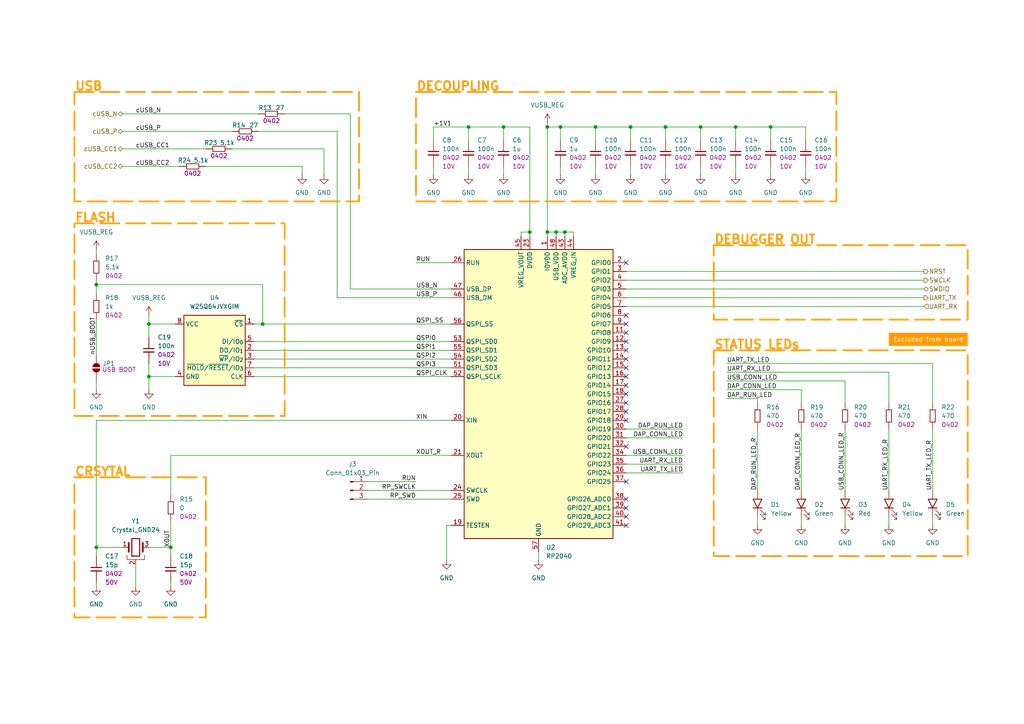
<source format=kicad_sch>
(kicad_sch (version 20250114) (generator "eeschema") (generator_version "9.0")
  (paper "A4")
  (lib_symbols
    (symbol "batteryless:C" (pin_numbers (hide yes))
      (property "Reference" "C" (at 2.54 -1.27 0))
      (property "Value" "C" (at 2.54 -3.048 0))
      (property "Package" "PKG" (at 2.54 -4.826 0))
      (property "Voltage Rating" "V" (at 2.54 -6.604 0))
      (symbol "C_0_1"
        (polyline (pts (xy -1.524 -3.302) (xy 1.524 -3.302)) (stroke (width 0.3048)))
        (polyline (pts (xy -1.524 -4.318) (xy 1.524 -4.318)) (stroke (width 0.3302)))
      )
      (symbol "C_1_1"
        (pin passive line (at 0 0 270) (length 3.175) (name "~") (number "1"))
        (pin passive line (at 0 -7.62 90) (length 3.175) (name "~") (number "2"))
      )
    )
    (symbol "batteryless:Conn_01x03_Pin" (pin_names (offset 1.016) (hide yes))
      (property "Reference" "J" (at 0 5.08 0))
      (property "Value" "Conn_01x03_Pin" (at 0 -5.08 0))
      (symbol "Conn_01x03_Pin_1_1"
        (rectangle (start 0.8636 2.667) (end 0 2.413) (stroke (width 0.1524)) (fill (type outline)))
        (rectangle (start 0.8636 0.127) (end 0 -0.127) (stroke (width 0.1524)) (fill (type outline)))
        (rectangle (start 0.8636 -2.413) (end 0 -2.667) (stroke (width 0.1524)) (fill (type outline)))
        (polyline (pts (xy 1.27 2.54) (xy 0.8636 2.54)) (stroke (width 0.1524)))
        (polyline (pts (xy 1.27 0) (xy 0.8636 0)) (stroke (width 0.1524)))
        (polyline (pts (xy 1.27 -2.54) (xy 0.8636 -2.54)) (stroke (width 0.1524)))
        (pin passive line (at 5.08 2.54 180) (length 3.81) (name "Pin_1") (number "1"))
        (pin passive line (at 5.08 0 180) (length 3.81) (name "Pin_2") (number "2"))
        (pin passive line (at 5.08 -2.54 180) (length 3.81) (name "Pin_3") (number "3"))
      )
    )
    (symbol "batteryless:Crystal_GND24" (pin_names (offset 1.016) (hide yes))
      (property "Reference" "Y" (at 3.175 5.08 0))
      (property "Value" "Crystal_GND24" (at 3.175 3.175 0))
      (symbol "Crystal_GND24_0_1"
        (polyline (pts (xy -2.54 0) (xy -2.032 0)))
        (polyline (pts (xy -2.54 -2.286) (xy -2.54 -3.556) (xy 2.54 -3.556) (xy 2.54 -2.286)))
        (polyline (pts (xy -2.032 -1.27) (xy -2.032 1.27)) (stroke (width 0.508)))
        (rectangle (start -1.143 2.54) (end 1.143 -2.54) (stroke (width 0.3048)))
        (polyline (pts (xy 0 -3.81) (xy 0 -3.556)))
        (polyline (pts (xy 2.032 0) (xy 2.54 0)))
        (polyline (pts (xy 2.032 -1.27) (xy 2.032 1.27)) (stroke (width 0.508)))
      )
      (symbol "Crystal_GND24_1_1"
        (pin passive line (at -3.81 0 0) (length 1.27) (name "1") (number "1"))
        (pin passive line (at 0 -5.08 90) (length 1.27) (name "2") (number "2"))
        (pin passive line (at 0 -5.08 90) (length 1.27) (hide yes) (name "4") (number "4"))
        (pin passive line (at 3.81 0 180) (length 1.27) (name "3") (number "3"))
      )
    )
    (symbol "batteryless:LED" (pin_numbers (hide yes)) (pin_names (offset 1.016) (hide yes))
      (property "Reference" "D" (at 0 2.54 0))
      (property "Value" "LED" (at 0 -2.54 0))
      (symbol "LED_0_1"
        (polyline (pts (xy -3.048 -0.762) (xy -4.572 -2.286) (xy -3.81 -2.286) (xy -4.572 -2.286) (xy -4.572 -1.524)))
        (polyline (pts (xy -1.778 -0.762) (xy -3.302 -2.286) (xy -2.54 -2.286) (xy -3.302 -2.286) (xy -3.302 -1.524)))
        (polyline (pts (xy -1.27 -1.27) (xy -1.27 1.27)) (stroke (width 0.254)))
        (polyline (pts (xy 1.27 -1.27) (xy 1.27 1.27) (xy -1.27 0) (xy 1.27 -1.27)) (stroke (width 0.254)))
      )
      (symbol "LED_1_1"
        (pin passive line (at -3.81 0 0) (length 2.54) (name "K") (number "1"))
        (pin passive line (at 3.81 0 180) (length 2.54) (name "A") (number "2"))
      )
    )
    (symbol "batteryless:R" (pin_numbers (hide yes))
      (property "Reference" "R" (at 2.54 -1.27 0))
      (property "Value" "R" (at 2.54 -3.048 0))
      (property "Package" "PKG" (at 2.54 -4.826 0))
      (property "Power" "W" (at 2.54 -6.604 0))
      (symbol "R_0_1"
        (rectangle (start -0.762 -2.032) (end 0.762 -5.588) (stroke (width 0.2032)))
      )
      (symbol "R_1_1"
        (pin passive line (at 0 0 270) (length 1.905) (name "~") (number "1"))
        (pin passive line (at 0 -7.62 90) (length 1.905) (name "~") (number "2"))
      )
    )
    (symbol "batteryless:RP2040"
      (property "Reference" "U" (at 17.78 45.72 0))
      (property "Value" "RP2040" (at 17.78 43.18 0))
      (symbol "RP2040_0_1"
        (rectangle (start -21.59 41.91) (end 21.59 -41.91) (stroke (width 0.254)) (fill (type background)))
      )
      (symbol "RP2040_1_1"
        (pin input line (at -25.4 38.1 0) (length 3.81) (name "RUN") (number "26"))
        (pin bidirectional line (at -25.4 30.48 0) (length 3.81) (name "USB_DP") (number "47"))
        (pin bidirectional line (at -25.4 27.94 0) (length 3.81) (name "USB_DM") (number "46"))
        (pin bidirectional line (at -25.4 20.32 0) (length 3.81) (name "QSPI_SS") (number "56"))
        (pin bidirectional line (at -25.4 15.24 0) (length 3.81) (name "QSPI_SD0") (number "53"))
        (pin bidirectional line (at -25.4 12.7 0) (length 3.81) (name "QSPI_SD1") (number "55"))
        (pin bidirectional line (at -25.4 10.16 0) (length 3.81) (name "QSPI_SD2") (number "54"))
        (pin bidirectional line (at -25.4 7.62 0) (length 3.81) (name "QSPI_SD3") (number "51"))
        (pin output line (at -25.4 5.08 0) (length 3.81) (name "QSPI_SCLK") (number "52"))
        (pin input line (at -25.4 -7.62 0) (length 3.81) (name "XIN") (number "20"))
        (pin passive line (at -25.4 -17.78 0) (length 3.81) (name "XOUT") (number "21"))
        (pin input line (at -25.4 -27.94 0) (length 3.81) (name "SWCLK") (number "24"))
        (pin bidirectional line (at -25.4 -30.48 0) (length 3.81) (name "SWD") (number "25"))
        (pin input line (at -25.4 -38.1 0) (length 3.81) (name "TESTEN") (number "19"))
        (pin power_out line (at -5.08 45.72 270) (length 3.81) (name "VREG_VOUT") (number "45"))
        (pin power_in line (at -2.54 45.72 270) (length 3.81) (name "DVDD") (number "23"))
        (pin passive line (at -2.54 45.72 270) (length 3.81) (hide yes) (name "DVDD") (number "50"))
        (pin power_in line (at 0 -45.72 90) (length 3.81) (name "GND") (number "57"))
        (pin power_in line (at 2.54 45.72 270) (length 3.81) (name "IOVDD") (number "1"))
        (pin passive line (at 2.54 45.72 270) (length 3.81) (hide yes) (name "IOVDD") (number "10"))
        (pin passive line (at 2.54 45.72 270) (length 3.81) (hide yes) (name "IOVDD") (number "22"))
        (pin passive line (at 2.54 45.72 270) (length 3.81) (hide yes) (name "IOVDD") (number "33"))
        (pin passive line (at 2.54 45.72 270) (length 3.81) (hide yes) (name "IOVDD") (number "42"))
        (pin passive line (at 2.54 45.72 270) (length 3.81) (hide yes) (name "IOVDD") (number "49"))
        (pin power_in line (at 5.08 45.72 270) (length 3.81) (name "USB_VDD") (number "48"))
        (pin power_in line (at 7.62 45.72 270) (length 3.81) (name "ADC_AVDD") (number "43"))
        (pin power_in line (at 10.16 45.72 270) (length 3.81) (name "VREG_IN") (number "44"))
        (pin bidirectional line (at 25.4 38.1 180) (length 3.81) (name "GPIO0") (number "2"))
        (pin bidirectional line (at 25.4 35.56 180) (length 3.81) (name "GPIO1") (number "3"))
        (pin bidirectional line (at 25.4 33.02 180) (length 3.81) (name "GPIO2") (number "4"))
        (pin bidirectional line (at 25.4 30.48 180) (length 3.81) (name "GPIO3") (number "5"))
        (pin bidirectional line (at 25.4 27.94 180) (length 3.81) (name "GPIO4") (number "6"))
        (pin bidirectional line (at 25.4 25.4 180) (length 3.81) (name "GPIO5") (number "7"))
        (pin bidirectional line (at 25.4 22.86 180) (length 3.81) (name "GPIO6") (number "8"))
        (pin bidirectional line (at 25.4 20.32 180) (length 3.81) (name "GPIO7") (number "9"))
        (pin bidirectional line (at 25.4 17.78 180) (length 3.81) (name "GPIO8") (number "11"))
        (pin bidirectional line (at 25.4 15.24 180) (length 3.81) (name "GPIO9") (number "12"))
        (pin bidirectional line (at 25.4 12.7 180) (length 3.81) (name "GPIO10") (number "13"))
        (pin bidirectional line (at 25.4 10.16 180) (length 3.81) (name "GPIO11") (number "14"))
        (pin bidirectional line (at 25.4 7.62 180) (length 3.81) (name "GPIO12") (number "15"))
        (pin bidirectional line (at 25.4 5.08 180) (length 3.81) (name "GPIO13") (number "16"))
        (pin bidirectional line (at 25.4 2.54 180) (length 3.81) (name "GPIO14") (number "17"))
        (pin bidirectional line (at 25.4 0 180) (length 3.81) (name "GPIO15") (number "18"))
        (pin bidirectional line (at 25.4 -2.54 180) (length 3.81) (name "GPIO16") (number "27"))
        (pin bidirectional line (at 25.4 -5.08 180) (length 3.81) (name "GPIO17") (number "28"))
        (pin bidirectional line (at 25.4 -7.62 180) (length 3.81) (name "GPIO18") (number "29"))
        (pin bidirectional line (at 25.4 -10.16 180) (length 3.81) (name "GPIO19") (number "30"))
        (pin bidirectional line (at 25.4 -12.7 180) (length 3.81) (name "GPIO20") (number "31"))
        (pin bidirectional line (at 25.4 -15.24 180) (length 3.81) (name "GPIO21") (number "32"))
        (pin bidirectional line (at 25.4 -17.78 180) (length 3.81) (name "GPIO22") (number "34"))
        (pin bidirectional line (at 25.4 -20.32 180) (length 3.81) (name "GPIO23") (number "35"))
        (pin bidirectional line (at 25.4 -22.86 180) (length 3.81) (name "GPIO24") (number "36"))
        (pin bidirectional line (at 25.4 -25.4 180) (length 3.81) (name "GPIO25") (number "37"))
        (pin bidirectional line (at 25.4 -30.48 180) (length 3.81) (name "GPIO26_ADC0") (number "38"))
        (pin bidirectional line (at 25.4 -33.02 180) (length 3.81) (name "GPIO27_ADC1") (number "39"))
        (pin bidirectional line (at 25.4 -35.56 180) (length 3.81) (name "GPIO28_ADC2") (number "40"))
        (pin bidirectional line (at 25.4 -38.1 180) (length 3.81) (name "GPIO29_ADC3") (number "41"))
      )
    )
    (symbol "batteryless:SolderJumper_2_Open" (pin_numbers (hide yes)) (pin_names (offset 0) (hide yes)) (in_bom no)
      (property "Reference" "JP" (at 0 2.032 0))
      (property "Value" "SolderJumper_2_Open" (at 0 -2.54 0))
      (symbol "SolderJumper_2_Open_0_1"
        (polyline (pts (xy -0.254 1.016) (xy -0.254 -1.016)))
        (arc (start -0.254 -1.016) (mid -1.2656 0) (end -0.254 1.016))
        (arc (start -0.254 -1.016) (mid -1.2656 0) (end -0.254 1.016) (fill (type outline)))
        (arc (start 0.254 1.016) (mid 1.2656 0) (end 0.254 -1.016))
        (arc (start 0.254 1.016) (mid 1.2656 0) (end 0.254 -1.016) (fill (type outline)))
        (polyline (pts (xy 0.254 1.016) (xy 0.254 -1.016)))
      )
      (symbol "SolderJumper_2_Open_1_1"
        (pin passive line (at -3.81 0 0) (length 2.54) (name "A") (number "1"))
        (pin passive line (at 3.81 0 180) (length 2.54) (name "B") (number "2"))
      )
    )
    (symbol "batteryless:W25Q64JVXGIM"
      (property "Reference" "U" (at -6.35 11.43 0))
      (property "Value" "W25Q64JVXGIM" (at 7.62 11.43 0))
      (symbol "W25Q64JVXGIM_0_1"
        (rectangle (start -7.62 10.16) (end 10.16 -10.16) (stroke (width 0.254)) (fill (type background)))
      )
      (symbol "W25Q64JVXGIM_1_1"
        (pin power_in line (at -10.16 7.62 0) (length 2.54) (name "VCC") (number "8"))
        (pin power_in line (at -10.16 -7.62 0) (length 2.54) (name "GND") (number "4"))
        (pin power_in line (at -10.16 -7.62 0) (length 2.54) (hide yes) (name "GND") (number "9"))
        (pin input line (at 12.7 7.62 180) (length 2.54) (name "~{CS}") (number "1"))
        (pin bidirectional line (at 12.7 2.54 180) (length 2.54) (name "DI/IO_{0}") (number "5"))
        (pin bidirectional line (at 12.7 0 180) (length 2.54) (name "DO/IO_{1}") (number "2"))
        (pin bidirectional line (at 12.7 -2.54 180) (length 2.54) (name "~{WP}/IO_{2}") (number "3"))
        (pin bidirectional line (at 12.7 -5.08 180) (length 2.54) (name "~{HOLD}/~{RESET}/IO_{3}") (number "7"))
        (pin input line (at 12.7 -7.62 180) (length 2.54) (name "CLK") (number "6"))
      )
    )
    (symbol "bpower:GND" (power) (pin_numbers (hide yes)) (pin_names (offset 0) (hide yes))
      (property "Value" "GND" (at 0 -3.81 0))
      (symbol "GND_0_1"
        (polyline (pts (xy 0 0) (xy 0 -1.27) (xy 1.27 -1.27) (xy 0 -2.54) (xy -1.27 -1.27) (xy 0 -1.27)))
      )
      (symbol "GND_1_1"
        (pin power_in line (at 0 0 270) (length 0) (name "~") (number "1"))
      )
    )
    (symbol "bpower:VUSB_REG" (power) (pin_numbers (hide yes)) (pin_names (offset 0) (hide yes))
      (property "Value" "VUSB_REG" (at 0 3.556 0))
      (symbol "VUSB_REG_0_1"
        (polyline (pts (xy -0.762 1.27) (xy 0 2.54)))
        (polyline (pts (xy 0 2.54) (xy 0.762 1.27)))
        (polyline (pts (xy 0 0) (xy 0 2.54)))
      )
      (symbol "VUSB_REG_1_1"
        (pin power_in line (at 0 0 90) (length 0) (name "~") (number "1"))
      )
    )
  )
  (rectangle (start 120.65 26.67) (end 242.57 58.42) (stroke (width 0.5) (type dash) (color 255 153 0 1)))
  (rectangle (start 21.59 138.43) (end 59.69 179.07) (stroke (width 0.5) (type dash) (color 255 153 0 1)))
  (rectangle (start 21.59 64.77) (end 82.55 120.65) (stroke (width 0.5) (type dash) (color 255 153 0 1)))
  (rectangle (start 207.01 101.6) (end 280.67 161.29) (stroke (width 0.5) (type dash) (color 255 153 0 1)))
  (rectangle (start 207.01 71.12) (end 280.67 92.71) (stroke (width 0.5) (type dash) (color 255 153 0 1)))
  (rectangle (start 21.59 26.67) (end 104.14 58.42) (stroke (width 0.5) (type dash) (color 255 153 0 1)))
  (text "CRSYTAL" (at 21.59 138.43 0) (effects (font (size 2.54 2.54) (thickness 0.508) (bold yes)) (justify left bottom)))
  (text "STATUS LEDs" (at 207.01 101.6 0) (effects (font (size 2.54 2.54) (thickness 0.508) (bold yes)) (justify left bottom)))
  (text "DECOUPLING" (at 120.65 26.67 0) (effects (font (size 2.54 2.54) (thickness 0.508) (bold yes)) (justify left bottom)))
  (text "FLASH" (at 21.59 64.77 0) (effects (font (size 2.54 2.54) (thickness 0.508) (bold yes)) (justify left bottom)))
  (text "USB" (at 21.59 26.67 0) (effects (font (size 2.54 2.54) (thickness 0.508) (bold yes)) (justify left bottom)))
  (text "DEBUGGER OUT" (at 207.01 71.12 0) (effects (font (size 2.54 2.54) (thickness 0.508) (bold yes)) (justify left bottom)))
  (text_box "Excluded from board" (at 257.81 96.52 0) (size 22.86 3.81) (margins 0.9525 0.9525 0.9525 0.9525) (stroke (width -0.0001)) (fill (type color) (color 255 153 0 1)) (effects (font (size 1.27 1.27))))
  (junction (at 162.56 36.83))
  (junction (at 27.94 158.75))
  (junction (at 172.72 36.83))
  (junction (at 182.88 36.83))
  (junction (at 203.2 36.83))
  (junction (at 223.52 36.83))
  (junction (at 43.18 109.22))
  (junction (at 158.75 67.31))
  (junction (at 135.89 36.83))
  (junction (at 158.75 36.83))
  (junction (at 193.04 36.83))
  (junction (at 27.94 82.55))
  (junction (at 76.2 93.98))
  (junction (at 163.83 67.31))
  (junction (at 49.53 158.75))
  (junction (at 43.18 93.98))
  (junction (at 153.67 67.31))
  (junction (at 161.29 67.31))
  (junction (at 146.05 36.83))
  (junction (at 213.36 36.83))
  (no_connect (at 181.61 114.3))
  (no_connect (at 181.61 91.44))
  (no_connect (at 181.61 106.68))
  (no_connect (at 181.61 144.78))
  (no_connect (at 181.61 147.32))
  (no_connect (at 181.61 129.54))
  (no_connect (at 181.61 109.22))
  (no_connect (at 181.61 99.06))
  (no_connect (at 181.61 116.84))
  (no_connect (at 181.61 152.4))
  (no_connect (at 181.61 119.38))
  (no_connect (at 181.61 149.86))
  (no_connect (at 181.61 139.7))
  (no_connect (at 181.61 96.52))
  (no_connect (at 181.61 111.76))
  (no_connect (at 181.61 93.98))
  (no_connect (at 181.61 121.92))
  (no_connect (at 181.61 101.6))
  (no_connect (at 181.61 104.14))
  (no_connect (at 181.61 76.2))
  (wire (pts (xy 82.55 33.02) (xy 101.6 33.02)))
  (wire (pts (xy 43.18 158.75) (xy 49.53 158.75)))
  (wire (pts (xy 49.53 151.13) (xy 49.53 158.75)))
  (wire (pts (xy 219.71 149.86) (xy 219.71 152.4)))
  (wire (pts (xy 172.72 48.26) (xy 172.72 50.8)))
  (wire (pts (xy 43.18 109.22) (xy 50.8 109.22)))
  (wire (pts (xy 181.61 124.46) (xy 198.12 124.46)))
  (wire (pts (xy 182.88 36.83) (xy 182.88 40.64)))
  (wire (pts (xy 162.56 48.26) (xy 162.56 50.8)))
  (wire (pts (xy 181.61 88.9) (xy 267.97 88.9)))
  (wire (pts (xy 35.56 43.18) (xy 59.69 43.18)))
  (wire (pts (xy 43.18 113.03) (xy 43.18 109.22)))
  (wire (pts (xy 245.11 110.49) (xy 245.11 116.84)))
  (wire (pts (xy 49.53 143.51) (xy 49.53 132.08)))
  (wire (pts (xy 73.66 109.22) (xy 130.81 109.22)))
  (wire (pts (xy 181.61 83.82) (xy 267.97 83.82)))
  (wire (pts (xy 193.04 36.83) (xy 193.04 40.64)))
  (wire (pts (xy 161.29 67.31) (xy 158.75 67.31)))
  (wire (pts (xy 219.71 124.46) (xy 219.71 142.24)))
  (wire (pts (xy 232.41 113.03) (xy 232.41 116.84)))
  (wire (pts (xy 163.83 67.31) (xy 163.83 68.58)))
  (wire (pts (xy 87.63 48.26) (xy 87.63 50.8)))
  (wire (pts (xy 27.94 121.92) (xy 27.94 158.75)))
  (wire (pts (xy 74.93 38.1) (xy 97.79 38.1)))
  (wire (pts (xy 101.6 33.02) (xy 101.6 83.82)))
  (wire (pts (xy 210.82 110.49) (xy 245.11 110.49)))
  (wire (pts (xy 182.88 48.26) (xy 182.88 50.8)))
  (wire (pts (xy 27.94 161.29) (xy 27.94 158.75)))
  (wire (pts (xy 158.75 35.56) (xy 158.75 36.83)))
  (wire (pts (xy 181.61 137.16) (xy 198.12 137.16)))
  (wire (pts (xy 193.04 48.26) (xy 193.04 50.8)))
  (wire (pts (xy 43.18 93.98) (xy 50.8 93.98)))
  (wire (pts (xy 232.41 124.46) (xy 232.41 142.24)))
  (wire (pts (xy 203.2 48.26) (xy 203.2 50.8)))
  (wire (pts (xy 27.94 82.55) (xy 27.94 85.09)))
  (wire (pts (xy 223.52 36.83) (xy 233.68 36.83)))
  (wire (pts (xy 27.94 92.71) (xy 27.94 102.87)))
  (wire (pts (xy 35.56 33.02) (xy 74.93 33.02)))
  (wire (pts (xy 49.53 132.08) (xy 130.81 132.08)))
  (wire (pts (xy 203.2 36.83) (xy 203.2 40.64)))
  (wire (pts (xy 146.05 36.83) (xy 146.05 40.64)))
  (wire (pts (xy 153.67 67.31) (xy 153.67 68.58)))
  (wire (pts (xy 135.89 48.26) (xy 135.89 50.8)))
  (wire (pts (xy 257.81 124.46) (xy 257.81 142.24)))
  (wire (pts (xy 153.67 67.31) (xy 153.67 36.83)))
  (wire (pts (xy 151.13 68.58) (xy 151.13 67.31)))
  (wire (pts (xy 213.36 48.26) (xy 213.36 50.8)))
  (wire (pts (xy 76.2 93.98) (xy 130.81 93.98)))
  (wire (pts (xy 156.21 160.02) (xy 156.21 162.56)))
  (wire (pts (xy 27.94 168.91) (xy 27.94 170.18)))
  (wire (pts (xy 27.94 81.28) (xy 27.94 82.55)))
  (wire (pts (xy 181.61 81.28) (xy 267.97 81.28)))
  (wire (pts (xy 106.68 139.7) (xy 120.65 139.7)))
  (wire (pts (xy 181.61 132.08) (xy 198.12 132.08)))
  (wire (pts (xy 49.53 168.91) (xy 49.53 170.18)))
  (wire (pts (xy 181.61 127) (xy 198.12 127)))
  (wire (pts (xy 135.89 36.83) (xy 146.05 36.83)))
  (wire (pts (xy 166.37 67.31) (xy 163.83 67.31)))
  (wire (pts (xy 213.36 36.83) (xy 223.52 36.83)))
  (wire (pts (xy 181.61 86.36) (xy 267.97 86.36)))
  (wire (pts (xy 257.81 116.84) (xy 257.81 107.95)))
  (wire (pts (xy 35.56 48.26) (xy 52.07 48.26)))
  (wire (pts (xy 162.56 40.64) (xy 162.56 36.83)))
  (wire (pts (xy 125.73 36.83) (xy 135.89 36.83)))
  (wire (pts (xy 49.53 158.75) (xy 49.53 161.29)))
  (wire (pts (xy 223.52 48.26) (xy 223.52 50.8)))
  (wire (pts (xy 135.89 36.83) (xy 135.89 40.64)))
  (wire (pts (xy 210.82 105.41) (xy 270.51 105.41)))
  (wire (pts (xy 270.51 149.86) (xy 270.51 152.4)))
  (wire (pts (xy 27.94 158.75) (xy 35.56 158.75)))
  (wire (pts (xy 120.65 76.2) (xy 130.81 76.2)))
  (wire (pts (xy 210.82 115.57) (xy 219.71 115.57)))
  (wire (pts (xy 97.79 86.36) (xy 97.79 38.1)))
  (wire (pts (xy 73.66 106.68) (xy 130.81 106.68)))
  (wire (pts (xy 223.52 36.83) (xy 223.52 40.64)))
  (wire (pts (xy 151.13 67.31) (xy 153.67 67.31)))
  (wire (pts (xy 43.18 91.44) (xy 43.18 93.98)))
  (wire (pts (xy 172.72 36.83) (xy 172.72 40.64)))
  (wire (pts (xy 232.41 149.86) (xy 232.41 152.4)))
  (wire (pts (xy 245.11 149.86) (xy 245.11 152.4)))
  (wire (pts (xy 270.51 105.41) (xy 270.51 116.84)))
  (wire (pts (xy 193.04 36.83) (xy 203.2 36.83)))
  (wire (pts (xy 270.51 124.46) (xy 270.51 142.24)))
  (wire (pts (xy 39.37 163.83) (xy 39.37 170.18)))
  (wire (pts (xy 106.68 144.78) (xy 130.81 144.78)))
  (wire (pts (xy 129.54 152.4) (xy 130.81 152.4)))
  (wire (pts (xy 210.82 107.95) (xy 257.81 107.95)))
  (wire (pts (xy 161.29 67.31) (xy 161.29 68.58)))
  (wire (pts (xy 67.31 43.18) (xy 93.98 43.18)))
  (wire (pts (xy 35.56 38.1) (xy 67.31 38.1)))
  (wire (pts (xy 129.54 162.56) (xy 129.54 152.4)))
  (wire (pts (xy 59.69 48.26) (xy 87.63 48.26)))
  (wire (pts (xy 182.88 36.83) (xy 193.04 36.83)))
  (wire (pts (xy 163.83 67.31) (xy 161.29 67.31)))
  (wire (pts (xy 130.81 86.36) (xy 97.79 86.36)))
  (wire (pts (xy 43.18 105.41) (xy 43.18 109.22)))
  (wire (pts (xy 43.18 97.79) (xy 43.18 93.98)))
  (wire (pts (xy 210.82 113.03) (xy 232.41 113.03)))
  (wire (pts (xy 76.2 93.98) (xy 76.2 82.55)))
  (wire (pts (xy 233.68 48.26) (xy 233.68 50.8)))
  (wire (pts (xy 158.75 67.31) (xy 158.75 68.58)))
  (wire (pts (xy 219.71 116.84) (xy 219.71 115.57)))
  (wire (pts (xy 27.94 82.55) (xy 76.2 82.55)))
  (wire (pts (xy 27.94 73.66) (xy 27.94 72.39)))
  (wire (pts (xy 257.81 149.86) (xy 257.81 152.4)))
  (wire (pts (xy 213.36 36.83) (xy 213.36 40.64)))
  (wire (pts (xy 172.72 36.83) (xy 182.88 36.83)))
  (wire (pts (xy 93.98 43.18) (xy 93.98 50.8)))
  (wire (pts (xy 158.75 36.83) (xy 162.56 36.83)))
  (wire (pts (xy 130.81 83.82) (xy 101.6 83.82)))
  (wire (pts (xy 73.66 93.98) (xy 76.2 93.98)))
  (wire (pts (xy 203.2 36.83) (xy 213.36 36.83)))
  (wire (pts (xy 73.66 99.06) (xy 130.81 99.06)))
  (wire (pts (xy 27.94 121.92) (xy 130.81 121.92)))
  (wire (pts (xy 73.66 101.6) (xy 130.81 101.6)))
  (wire (pts (xy 146.05 48.26) (xy 146.05 50.8)))
  (wire (pts (xy 125.73 40.64) (xy 125.73 36.83)))
  (wire (pts (xy 146.05 36.83) (xy 153.67 36.83)))
  (wire (pts (xy 166.37 68.58) (xy 166.37 67.31)))
  (wire (pts (xy 125.73 48.26) (xy 125.73 50.8)))
  (wire (pts (xy 181.61 78.74) (xy 267.97 78.74)))
  (wire (pts (xy 233.68 36.83) (xy 233.68 40.64)))
  (wire (pts (xy 181.61 134.62) (xy 198.12 134.62)))
  (wire (pts (xy 245.11 124.46) (xy 245.11 142.24)))
  (wire (pts (xy 106.68 142.24) (xy 130.81 142.24)))
  (wire (pts (xy 73.66 104.14) (xy 130.81 104.14)))
  (wire (pts (xy 27.94 113.03) (xy 27.94 110.49)))
  (wire (pts (xy 158.75 36.83) (xy 158.75 67.31)))
  (wire (pts (xy 162.56 36.83) (xy 172.72 36.83)))
  (label "cUSB_CC2" (at 39.37 48.26 0))
  (label "QSPI1" (at 120.65 101.6 0))
  (label "RUN" (at 120.65 139.7 180))
  (label "XOUT_R" (at 120.65 132.08 0))
  (label "UART_RX_LED" (at 198.12 134.62 180))
  (label "nUSB_BOOT" (at 27.94 102.87 90))
  (label "cUSB_CC1" (at 39.37 43.18 0))
  (label "DAP_CONN_LED" (at 210.82 113.03 0))
  (label "USB_N" (at 120.65 83.82 0))
  (label "+1V1" (at 125.73 36.83 0))
  (label "QSPI_SS" (at 120.65 93.98 0))
  (label "QSPI2" (at 120.65 104.14 0))
  (label "XIN" (at 120.65 121.92 0))
  (label "QSPI0" (at 120.65 99.06 0))
  (label "UART_TX_LED" (at 210.82 105.41 0))
  (label "DAP_CONN_LED" (at 198.12 127 180))
  (label "XOUT" (at 49.53 158.75 90))
  (label "UART_TX_LED_R" (at 270.51 142.24 90))
  (label "DAP_CONN_LED_R" (at 232.41 142.24 90))
  (label "RP_SWD" (at 120.65 144.78 180))
  (label "UART_RX_LED_R" (at 257.81 142.24 90))
  (label "DAP_RUN_LED" (at 198.12 124.46 180))
  (label "USB_CONN_LED_R" (at 245.11 142.24 90))
  (label "UART_TX_LED" (at 198.12 137.16 180))
  (label "cUSB_P" (at 39.37 38.1 0))
  (label "USB_P" (at 120.65 86.36 0))
  (label "DAP_RUN_LED_R" (at 219.71 142.24 90))
  (label "cUSB_N" (at 39.37 33.02 0))
  (label "USB_CONN_LED" (at 198.12 132.08 180))
  (label "UART_RX_LED" (at 210.82 107.95 0))
  (label "RUN" (at 120.65 76.2 0))
  (label "USB_CONN_LED" (at 210.82 110.49 0))
  (label "DAP_RUN_LED" (at 210.82 115.57 0))
  (label "RP_SWCLK" (at 120.65 142.24 180))
  (label "QSPI_CLK" (at 120.65 109.22 0))
  (label "QSPI3" (at 120.65 106.68 0))
  (hierarchical_label "NRST" (shape output) (at 267.97 78.74 0))
  (hierarchical_label "cUSB_CC1" (shape bidirectional) (at 35.56 43.18 180))
  (hierarchical_label "UART_RX" (shape input) (at 267.97 88.9 0))
  (hierarchical_label "SWCLK" (shape output) (at 267.97 81.28 0))
  (hierarchical_label "cUSB_CC2" (shape bidirectional) (at 35.56 48.26 180))
  (hierarchical_label "UART_TX" (shape output) (at 267.97 86.36 0))
  (hierarchical_label "cUSB_N" (shape bidirectional) (at 35.56 33.02 180))
  (hierarchical_label "cUSB_P" (shape bidirectional) (at 35.56 38.1 180))
  (hierarchical_label "SWDIO" (shape bidirectional) (at 267.97 83.82 0))
  (symbol (lib_id "bpower:GND") (at 245.11 152.4 0) (unit 1)
    (property "Reference" "#PWR0117" (effects (hide yes)))
    (property "Value" "GND" (at 245.11 157.48 0))
    (property "Description" "Power symbol creates a global label with name \"GND\" , ground" (effects (hide yes)))
  )
  (symbol (lib_id "bpower:GND") (at 49.53 170.18 0) (unit 1)
    (property "Reference" "#PWR051" (effects (hide yes)))
    (property "Value" "GND" (at 49.53 175.26 0))
    (property "Description" "Power symbol creates a global label with name \"GND\" , ground" (effects (hide yes)))
  )
  (symbol (lib_id "batteryless:LED") (at 232.41 146.05 90) (unit 1)
    (property "Reference" "D2" (at 236.22 146.3674 90) (effects (justify right)))
    (property "Value" "Green" (at 236.22 148.9074 90) (effects (justify right)))
    (property "Footprint" "batteryless:LED_0402_1005Metric" (effects (hide yes)))
    (property "Description" "Light emitting diode" (effects (hide yes)))
    (property "Sim.Pins" "1=K 2=A" (effects (hide yes)))
    (property "Package" "0402" (effects (hide yes)))
  )
  (symbol (lib_id "batteryless:C") (at 162.56 40.64 0) (unit 1)
    (property "Reference" "C9" (at 165.1 40.6462 0) (effects (justify left)))
    (property "Value" "1u" (at 165.1 43.1862 0) (effects (justify left)))
    (property "Footprint" "batteryless:C_0402_1005Metric" (effects (hide yes)))
    (property "Package" "0402" (at 165.1 45.7262 0) (effects (justify left)))
    (property "Voltage Rating" "10V" (at 165.1 48.2662 0) (effects (justify left)))
    (property "Part Number" "GRM155Z71A105KE01J" (effects (hide yes)))
  )
  (symbol (lib_id "bpower:GND") (at 129.54 162.56 0) (unit 1)
    (property "Reference" "#PWR024" (effects (hide yes)))
    (property "Value" "GND" (at 129.54 167.64 0))
    (property "Description" "Power symbol creates a global label with name \"GND\" , ground" (effects (hide yes)))
  )
  (symbol (lib_id "batteryless:R") (at 52.07 48.26 90) (unit 1)
    (property "Reference" "R24" (at 51.562 46.482 90) (effects (justify right)))
    (property "Value" "5.1k" (at 60.452 46.482 90) (effects (justify left)))
    (property "Footprint" "batteryless:R_0402_1005Metric" (effects (hide yes)))
    (property "Package" "0402" (at 55.88 50.292 90))
    (property "Power" "W" (effects (hide yes)))
    (property "Part Number" "RC0402FR-135K1L" (effects (hide yes)))
  )
  (symbol (lib_id "batteryless:R") (at 67.31 38.1 90) (unit 1)
    (property "Reference" "R14" (at 67.31 36.322 90) (effects (justify right)))
    (property "Value" "27" (at 74.93 36.322 90) (effects (justify left)))
    (property "Footprint" "batteryless:R_0402_1005Metric" (effects (hide yes)))
    (property "Package" "0402" (at 71.12 40.132 90))
    (property "Power" "W" (effects (hide yes)))
    (property "Part Number" "RC0402FR-0727RL" (effects (hide yes)))
  )
  (symbol (lib_id "batteryless:W25Q64JVXGIM") (at 60.96 101.6 0) (unit 1)
    (property "Reference" "U4" (at 62.23 86.36 0))
    (property "Value" "W25Q64JVXGIM" (at 62.23 88.9 0))
    (property "Footprint" "batteryless:XSON-8-1EP_4x4mm_P0.8" (effects (hide yes)))
    (property "Datasheet" "https://www.winbond.com/resource-files/W25Q64JV%20RevK%2003102021%20Plus.pdf" (effects (hide yes)))
    (property "Description" "3V 64M-BIT SERIAL FLASH MEMORY WITH DUAL, QUAD SPI" (effects (hide yes)))
    (property "Package" "XSON8" (effects (hide yes)))
    (property "Part Number" "W25Q64JVXGIM" (effects (hide yes)))
  )
  (symbol (lib_id "batteryless:Crystal_GND24") (at 39.37 158.75 0) (unit 1)
    (property "Reference" "Y1" (at 39.37 151.13 0))
    (property "Value" "Crystal_GND24" (at 39.37 153.67 0))
    (property "Footprint" "batteryless:Crystal_SMD_Abracon_ABM8" (effects (hide yes)))
    (property "Description" "Four pin crystal, GND on pins 2 and 4" (effects (hide yes)))
    (property "Part Number" "ABM8-272-T3" (effects (hide yes)))
  )
  (symbol (lib_id "bpower:GND") (at 232.41 152.4 0) (unit 1)
    (property "Reference" "#PWR0116" (effects (hide yes)))
    (property "Value" "GND" (at 232.41 157.48 0))
    (property "Description" "Power symbol creates a global label with name \"GND\" , ground" (effects (hide yes)))
  )
  (symbol (lib_id "batteryless:C") (at 135.89 40.64 0) (unit 1)
    (property "Reference" "C7" (at 138.43 40.6462 0) (effects (justify left)))
    (property "Value" "100n" (at 138.43 43.1862 0) (effects (justify left)))
    (property "Footprint" "batteryless:C_0402_1005Metric" (effects (hide yes)))
    (property "Package" "0402" (at 138.43 45.7262 0) (effects (justify left)))
    (property "Voltage Rating" "10V" (at 138.43 48.2662 0) (effects (justify left)))
    (property "Part Number" "GRM155R71A104KA01J" (effects (hide yes)))
  )
  (symbol (lib_id "bpower:VUSB_REG") (at 27.94 72.39 0) (unit 1)
    (property "Reference" "#PWR04" (effects (hide yes)))
    (property "Value" "VUSB_REG" (at 27.94 67.31 0))
    (property "Description" "Power symbol creates a global label with name \"VUSB_REG\"" (effects (hide yes)))
  )
  (symbol (lib_id "batteryless:R") (at 219.71 116.84 0) (unit 1)
    (property "Reference" "R16" (at 222.25 118.1099 0) (effects (justify left)))
    (property "Value" "470" (at 222.25 120.6499 0) (effects (justify left)))
    (property "Footprint" "batteryless:R_0402_1005Metric" (effects (hide yes)))
    (property "Package" "0402" (at 222.25 123.1899 0) (effects (justify left)))
    (property "Power" "W" (effects (hide yes)))
    (property "Part Number" "RC0402FR-07470RL" (effects (hide yes)))
  )
  (symbol (lib_id "bpower:GND") (at 156.21 162.56 0) (unit 1)
    (property "Reference" "#PWR025" (effects (hide yes)))
    (property "Value" "GND" (at 156.21 167.64 0))
    (property "Description" "Power symbol creates a global label with name \"GND\" , ground" (effects (hide yes)))
  )
  (symbol (lib_id "bpower:GND") (at 219.71 152.4 0) (unit 1)
    (property "Reference" "#PWR030" (effects (hide yes)))
    (property "Value" "GND" (at 219.71 157.48 0))
    (property "Description" "Power symbol creates a global label with name \"GND\" , ground" (effects (hide yes)))
  )
  (symbol (lib_id "batteryless:C") (at 233.68 40.64 0) (unit 1)
    (property "Reference" "C16" (at 236.22 40.6462 0) (effects (justify left)))
    (property "Value" "100n" (at 236.22 43.1862 0) (effects (justify left)))
    (property "Footprint" "batteryless:C_0402_1005Metric" (effects (hide yes)))
    (property "Package" "0402" (at 236.22 45.7262 0) (effects (justify left)))
    (property "Voltage Rating" "10V" (at 236.22 48.2662 0) (effects (justify left)))
    (property "Part Number" "GRM155R71A104KA01J" (effects (hide yes)))
  )
  (symbol (lib_id "bpower:GND") (at 135.89 50.8 0) (unit 1)
    (property "Reference" "#PWR0114" (effects (hide yes)))
    (property "Value" "GND" (at 135.89 55.88 0))
    (property "Description" "Power symbol creates a global label with name \"GND\" , ground" (effects (hide yes)))
  )
  (symbol (lib_id "batteryless:RP2040") (at 156.21 114.3 0) (unit 1)
    (property "Reference" "U2" (at 158.3533 158.75 0) (effects (justify left)))
    (property "Value" "RP2040" (at 158.3533 161.29 0) (effects (justify left)))
    (property "Footprint" "batteryless:QFN-56-1EP_7x7mm_P0.4mm_EP3.2x3.2mm" (effects (hide yes)))
    (property "Datasheet" "https://datasheets.raspberrypi.com/rp2040/rp2040-datasheet.pdf" (effects (hide yes)))
    (property "Description" "A microcontroller by Raspberry Pi" (effects (hide yes)))
    (property "Package" "QFN56" (effects (hide yes)))
    (property "Part Number" "SC0914(13)" (effects (hide yes)))
  )
  (symbol (lib_id "bpower:GND") (at 27.94 170.18 0) (unit 1)
    (property "Reference" "#PWR023" (effects (hide yes)))
    (property "Value" "GND" (at 27.94 175.26 0))
    (property "Description" "Power symbol creates a global label with name \"GND\" , ground" (effects (hide yes)))
  )
  (symbol (lib_id "bpower:GND") (at 43.18 113.03 0) (unit 1)
    (property "Reference" "#PWR0103" (effects (hide yes)))
    (property "Value" "GND" (at 43.18 118.11 0))
    (property "Description" "Power symbol creates a global label with name \"GND\" , ground" (effects (hide yes)))
  )
  (symbol (lib_id "batteryless:C") (at 223.52 40.64 0) (unit 1)
    (property "Reference" "C15" (at 226.06 40.6462 0) (effects (justify left)))
    (property "Value" "100n" (at 226.06 43.1862 0) (effects (justify left)))
    (property "Footprint" "batteryless:C_0402_1005Metric" (effects (hide yes)))
    (property "Package" "0402" (at 226.06 45.7262 0) (effects (justify left)))
    (property "Voltage Rating" "10V" (at 226.06 48.2662 0) (effects (justify left)))
    (property "Part Number" "GRM155R71A104KA01J" (effects (hide yes)))
  )
  (symbol (lib_id "batteryless:LED") (at 245.11 146.05 90) (unit 1)
    (property "Reference" "D3" (at 248.92 146.3674 90) (effects (justify right)))
    (property "Value" "Red" (at 248.92 148.9074 90) (effects (justify right)))
    (property "Footprint" "batteryless:LED_0402_1005Metric" (effects (hide yes)))
    (property "Description" "Light emitting diode" (effects (hide yes)))
    (property "Sim.Pins" "1=K 2=A" (effects (hide yes)))
    (property "Package" "0402" (effects (hide yes)))
  )
  (symbol (lib_id "bpower:VUSB_REG") (at 158.75 35.56 0) (unit 1)
    (property "Reference" "#PWR03" (effects (hide yes)))
    (property "Value" "VUSB_REG" (at 158.75 30.48 0))
    (property "Description" "Power symbol creates a global label with name \"VUSB_REG\"" (effects (hide yes)))
  )
  (symbol (lib_id "batteryless:R") (at 27.94 73.66 0) (unit 1)
    (property "Reference" "R17" (at 30.48 74.9299 0) (effects (justify left)))
    (property "Value" "5.1k" (at 30.48 77.4699 0) (effects (justify left)))
    (property "Footprint" "batteryless:R_0402_1005Metric" (effects (hide yes)))
    (property "Package" "0402" (at 30.48 80.0099 0) (effects (justify left)))
    (property "Power" "W" (effects (hide yes)))
    (property "Part Number" "RC0402FR-135K1L" (effects (hide yes)))
  )
  (symbol (lib_id "bpower:GND") (at 162.56 50.8 0) (unit 1)
    (property "Reference" "#PWR0111" (effects (hide yes)))
    (property "Value" "GND" (at 162.56 55.88 0))
    (property "Description" "Power symbol creates a global label with name \"GND\" , ground" (effects (hide yes)))
  )
  (symbol (lib_id "batteryless:R") (at 270.51 116.84 0) (unit 1)
    (property "Reference" "R22" (at 273.05 118.1099 0) (effects (justify left)))
    (property "Value" "470" (at 273.05 120.6499 0) (effects (justify left)))
    (property "Footprint" "batteryless:R_0402_1005Metric" (effects (hide yes)))
    (property "Package" "0402" (at 273.05 123.1899 0) (effects (justify left)))
    (property "Power" "W" (effects (hide yes)))
    (property "Part Number" "RC0402FR-07470RL" (effects (hide yes)))
  )
  (symbol (lib_id "bpower:GND") (at 39.37 170.18 0) (unit 1)
    (property "Reference" "#PWR038" (effects (hide yes)))
    (property "Value" "GND" (at 39.37 175.26 0))
    (property "Description" "Power symbol creates a global label with name \"GND\" , ground" (effects (hide yes)))
  )
  (symbol (lib_id "batteryless:C") (at 49.53 161.29 0) (unit 1)
    (property "Reference" "C18" (at 52.07 161.2962 0) (effects (justify left)))
    (property "Value" "15p" (at 52.07 163.8362 0) (effects (justify left)))
    (property "Footprint" "batteryless:C_0402_1005Metric" (effects (hide yes)))
    (property "Package" "0402" (at 52.07 166.3762 0) (effects (justify left)))
    (property "Voltage Rating" "50V" (at 52.07 168.9162 0) (effects (justify left)))
    (property "Part Number" "GJM1555C1H150GB01D" (effects (hide yes)))
  )
  (symbol (lib_id "bpower:GND") (at 146.05 50.8 0) (unit 1)
    (property "Reference" "#PWR0113" (effects (hide yes)))
    (property "Value" "GND" (at 146.05 55.88 0))
    (property "Description" "Power symbol creates a global label with name \"GND\" , ground" (effects (hide yes)))
  )
  (symbol (lib_id "bpower:GND") (at 213.36 50.8 0) (unit 1)
    (property "Reference" "#PWR0108" (effects (hide yes)))
    (property "Value" "GND" (at 213.36 55.88 0))
    (property "Description" "Power symbol creates a global label with name \"GND\" , ground" (effects (hide yes)))
  )
  (symbol (lib_id "bpower:GND") (at 223.52 50.8 0) (unit 1)
    (property "Reference" "#PWR0107" (effects (hide yes)))
    (property "Value" "GND" (at 223.52 55.88 0))
    (property "Description" "Power symbol creates a global label with name \"GND\" , ground" (effects (hide yes)))
  )
  (symbol (lib_id "batteryless:R") (at 245.11 116.84 0) (unit 1)
    (property "Reference" "R20" (at 247.65 118.1099 0) (effects (justify left)))
    (property "Value" "470" (at 247.65 120.6499 0) (effects (justify left)))
    (property "Footprint" "batteryless:R_0402_1005Metric" (effects (hide yes)))
    (property "Package" "0402" (at 247.65 123.1899 0) (effects (justify left)))
    (property "Power" "W" (effects (hide yes)))
    (property "Part Number" "RC0402FR-07470RL" (effects (hide yes)))
  )
  (symbol (lib_id "batteryless:Conn_01x03_Pin") (at 101.6 142.24 0) (unit 1)
    (property "Reference" "J3" (at 102.235 134.62 0))
    (property "Value" "Conn_01x03_Pin" (at 102.235 137.16 0))
    (property "Footprint" "batteryless:PinHeader_1x03_P2.54mm_Vertical" (effects (hide yes)))
    (property "Description" "Generic connector, single row, 01x03, script generated" (effects (hide yes)))
  )
  (symbol (lib_id "batteryless:C") (at 203.2 40.64 0) (unit 1)
    (property "Reference" "C13" (at 205.74 40.6462 0) (effects (justify left)))
    (property "Value" "100n" (at 205.74 43.1862 0) (effects (justify left)))
    (property "Footprint" "batteryless:C_0402_1005Metric" (effects (hide yes)))
    (property "Package" "0402" (at 205.74 45.7262 0) (effects (justify left)))
    (property "Voltage Rating" "10V" (at 205.74 48.2662 0) (effects (justify left)))
    (property "Part Number" "GRM155R71A104KA01J" (effects (hide yes)))
  )
  (symbol (lib_id "bpower:GND") (at 270.51 152.4 0) (unit 1)
    (property "Reference" "#PWR0118" (effects (hide yes)))
    (property "Value" "GND" (at 270.51 157.48 0))
    (property "Description" "Power symbol creates a global label with name \"GND\" , ground" (effects (hide yes)))
  )
  (symbol (lib_id "batteryless:SolderJumper_2_Open") (at 27.94 106.68 90) (unit 1) (in_bom no)
    (property "Reference" "JP1" (at 29.718 105.41 90) (effects (justify right)))
    (property "Value" "SolderJumper_2_Open" (effects (hide yes)))
    (property "Footprint" "batteryless:SolderJumper2_Open_0402" (effects (hide yes)))
    (property "Description" "Solder Jumper, 2-pole, open" (effects (hide yes)))
    (property "Short" "USB BOOT" (at 34.544 107.188 90))
  )
  (symbol (lib_id "bpower:VUSB_REG") (at 43.18 91.44 0) (unit 1)
    (property "Reference" "#PWR05" (effects (hide yes)))
    (property "Value" "VUSB_REG" (at 43.18 86.36 0))
    (property "Description" "Power symbol creates a global label with name \"VUSB_REG\"" (effects (hide yes)))
  )
  (symbol (lib_id "batteryless:C") (at 172.72 40.64 0) (unit 1)
    (property "Reference" "C10" (at 175.26 40.6462 0) (effects (justify left)))
    (property "Value" "100n" (at 175.26 43.1862 0) (effects (justify left)))
    (property "Footprint" "batteryless:C_0402_1005Metric" (effects (hide yes)))
    (property "Package" "0402" (at 175.26 45.7262 0) (effects (justify left)))
    (property "Voltage Rating" "10V" (at 175.26 48.2662 0) (effects (justify left)))
    (property "Part Number" "GRM155R71A104KA01J" (effects (hide yes)))
  )
  (symbol (lib_id "bpower:GND") (at 172.72 50.8 0) (unit 1)
    (property "Reference" "#PWR0110" (effects (hide yes)))
    (property "Value" "GND" (at 172.72 55.88 0))
    (property "Description" "Power symbol creates a global label with name \"GND\" , ground" (effects (hide yes)))
  )
  (symbol (lib_id "batteryless:R") (at 257.81 116.84 0) (unit 1)
    (property "Reference" "R21" (at 260.35 118.1099 0) (effects (justify left)))
    (property "Value" "470" (at 260.35 120.6499 0) (effects (justify left)))
    (property "Footprint" "batteryless:R_0402_1005Metric" (effects (hide yes)))
    (property "Package" "0402" (at 260.35 123.1899 0) (effects (justify left)))
    (property "Power" "W" (effects (hide yes)))
    (property "Part Number" "RC0402FR-07470RL" (effects (hide yes)))
  )
  (symbol (lib_id "batteryless:R") (at 27.94 85.09 0) (unit 1)
    (property "Reference" "R18" (at 30.48 86.3599 0) (effects (justify left)))
    (property "Value" "1k" (at 30.48 88.8999 0) (effects (justify left)))
    (property "Footprint" "batteryless:R_0402_1005Metric" (effects (hide yes)))
    (property "Package" "0402" (at 30.48 91.4399 0) (effects (justify left)))
    (property "Power" "W" (effects (hide yes)))
    (property "Part Number" "RC0402FR-131KL" (effects (hide yes)))
  )
  (symbol (lib_id "batteryless:LED") (at 270.51 146.05 90) (unit 1)
    (property "Reference" "D5" (at 274.32 146.3674 90) (effects (justify right)))
    (property "Value" "Green" (at 274.32 148.9074 90) (effects (justify right)))
    (property "Footprint" "batteryless:LED_0402_1005Metric" (effects (hide yes)))
    (property "Description" "Light emitting diode" (effects (hide yes)))
    (property "Sim.Pins" "1=K 2=A" (effects (hide yes)))
    (property "Package" "0402" (effects (hide yes)))
  )
  (symbol (lib_id "batteryless:LED") (at 219.71 146.05 90) (unit 1)
    (property "Reference" "D1" (at 223.52 146.3674 90) (effects (justify right)))
    (property "Value" "Yellow" (at 223.52 148.9074 90) (effects (justify right)))
    (property "Footprint" "batteryless:LED_0402_1005Metric" (effects (hide yes)))
    (property "Description" "Light emitting diode" (effects (hide yes)))
    (property "Sim.Pins" "1=K 2=A" (effects (hide yes)))
    (property "Package" "0402" (effects (hide yes)))
  )
  (symbol (lib_id "batteryless:R") (at 74.93 33.02 90) (unit 1)
    (property "Reference" "R13" (at 74.93 31.242 90) (effects (justify right)))
    (property "Value" "27" (at 82.55 31.242 90) (effects (justify left)))
    (property "Footprint" "batteryless:R_0402_1005Metric" (effects (hide yes)))
    (property "Package" "0402" (at 78.74 35.052 90))
    (property "Power" "W" (effects (hide yes)))
    (property "Part Number" "RC0402FR-0727RL" (effects (hide yes)))
  )
  (symbol (lib_id "batteryless:C") (at 182.88 40.64 0) (unit 1)
    (property "Reference" "C11" (at 185.42 40.6462 0) (effects (justify left)))
    (property "Value" "100n" (at 185.42 43.1862 0) (effects (justify left)))
    (property "Footprint" "batteryless:C_0402_1005Metric" (effects (hide yes)))
    (property "Package" "0402" (at 185.42 45.7262 0) (effects (justify left)))
    (property "Voltage Rating" "10V" (at 185.42 48.2662 0) (effects (justify left)))
    (property "Part Number" "GRM155R71A104KA01J" (effects (hide yes)))
  )
  (symbol (lib_id "bpower:GND") (at 87.63 50.8 0) (unit 1)
    (property "Reference" "#PWR0105" (effects (hide yes)))
    (property "Value" "GND" (at 87.63 55.88 0))
    (property "Description" "Power symbol creates a global label with name \"GND\" , ground" (effects (hide yes)))
  )
  (symbol (lib_id "batteryless:R") (at 232.41 116.84 0) (unit 1)
    (property "Reference" "R19" (at 234.95 118.1099 0) (effects (justify left)))
    (property "Value" "470" (at 234.95 120.6499 0) (effects (justify left)))
    (property "Footprint" "batteryless:R_0402_1005Metric" (effects (hide yes)))
    (property "Package" "0402" (at 234.95 123.1899 0) (effects (justify left)))
    (property "Power" "W" (effects (hide yes)))
    (property "Part Number" "RC0402FR-07470RL" (effects (hide yes)))
  )
  (symbol (lib_id "bpower:GND") (at 233.68 50.8 0) (unit 1)
    (property "Reference" "#PWR0106" (effects (hide yes)))
    (property "Value" "GND" (at 233.68 55.88 0))
    (property "Description" "Power symbol creates a global label with name \"GND\" , ground" (effects (hide yes)))
  )
  (symbol (lib_id "batteryless:C") (at 125.73 40.64 0) (unit 1)
    (property "Reference" "C8" (at 128.27 40.6462 0) (effects (justify left)))
    (property "Value" "100n" (at 128.27 43.1862 0) (effects (justify left)))
    (property "Footprint" "batteryless:C_0402_1005Metric" (effects (hide yes)))
    (property "Package" "0402" (at 128.27 45.7262 0) (effects (justify left)))
    (property "Voltage Rating" "10V" (at 128.27 48.2662 0) (effects (justify left)))
    (property "Part Number" "GRM155R71A104KA01J" (effects (hide yes)))
  )
  (symbol (lib_id "bpower:GND") (at 93.98 50.8 0) (unit 1)
    (property "Reference" "#PWR0104" (effects (hide yes)))
    (property "Value" "GND" (at 93.98 55.88 0))
    (property "Description" "Power symbol creates a global label with name \"GND\" , ground" (effects (hide yes)))
  )
  (symbol (lib_id "batteryless:C") (at 43.18 97.79 0) (unit 1)
    (property "Reference" "C19" (at 45.72 97.7962 0) (effects (justify left)))
    (property "Value" "100n" (at 45.72 100.3362 0) (effects (justify left)))
    (property "Footprint" "batteryless:C_0402_1005Metric" (effects (hide yes)))
    (property "Package" "0402" (at 45.72 102.8762 0) (effects (justify left)))
    (property "Voltage Rating" "10V" (at 45.72 105.4162 0) (effects (justify left)))
    (property "Part Number" "GRM155R71A104KA01J" (effects (hide yes)))
  )
  (symbol (lib_id "bpower:GND") (at 125.73 50.8 0) (unit 1)
    (property "Reference" "#PWR0112" (effects (hide yes)))
    (property "Value" "GND" (at 125.73 55.88 0))
    (property "Description" "Power symbol creates a global label with name \"GND\" , ground" (effects (hide yes)))
  )
  (symbol (lib_id "bpower:GND") (at 193.04 50.8 0) (unit 1)
    (property "Reference" "#PWR0119" (effects (hide yes)))
    (property "Value" "GND" (at 193.04 55.88 0))
    (property "Description" "Power symbol creates a global label with name \"GND\" , ground" (effects (hide yes)))
  )
  (symbol (lib_id "batteryless:C") (at 27.94 161.29 0) (unit 1)
    (property "Reference" "C17" (at 30.48 161.2962 0) (effects (justify left)))
    (property "Value" "15p" (at 30.48 163.8362 0) (effects (justify left)))
    (property "Footprint" "batteryless:C_0402_1005Metric" (effects (hide yes)))
    (property "Package" "0402" (at 30.48 166.3762 0) (effects (justify left)))
    (property "Voltage Rating" "50V" (at 30.48 168.9162 0) (effects (justify left)))
    (property "Part Number" "GJM1555C1H150GB01D" (effects (hide yes)))
  )
  (symbol (lib_id "bpower:GND") (at 27.94 113.03 0) (unit 1)
    (property "Reference" "#PWR0102" (effects (hide yes)))
    (property "Value" "GND" (at 27.94 118.11 0))
    (property "Description" "Power symbol creates a global label with name \"GND\" , ground" (effects (hide yes)))
  )
  (symbol (lib_id "batteryless:R") (at 59.69 43.18 90) (unit 1)
    (property "Reference" "R23" (at 59.182 41.402 90) (effects (justify right)))
    (property "Value" "5.1k" (at 68.072 41.402 90) (effects (justify left)))
    (property "Footprint" "batteryless:R_0402_1005Metric" (effects (hide yes)))
    (property "Package" "0402" (at 63.5 45.212 90))
    (property "Power" "W" (effects (hide yes)))
    (property "Part Number" "RC0402FR-135K1L" (effects (hide yes)))
  )
  (symbol (lib_id "batteryless:LED") (at 257.81 146.05 90) (unit 1)
    (property "Reference" "D4" (at 261.62 146.3674 90) (effects (justify right)))
    (property "Value" "Yellow" (at 261.62 148.9074 90) (effects (justify right)))
    (property "Footprint" "batteryless:LED_0402_1005Metric" (effects (hide yes)))
    (property "Description" "Light emitting diode" (effects (hide yes)))
    (property "Sim.Pins" "1=K 2=A" (effects (hide yes)))
    (property "Package" "0402" (effects (hide yes)))
  )
  (symbol (lib_id "batteryless:C") (at 213.36 40.64 0) (unit 1)
    (property "Reference" "C14" (at 215.9 40.6462 0) (effects (justify left)))
    (property "Value" "100n" (at 215.9 43.1862 0) (effects (justify left)))
    (property "Footprint" "batteryless:C_0402_1005Metric" (effects (hide yes)))
    (property "Package" "0402" (at 215.9 45.7262 0) (effects (justify left)))
    (property "Voltage Rating" "10V" (at 215.9 48.2662 0) (effects (justify left)))
    (property "Part Number" "GRM155R71A104KA01J" (effects (hide yes)))
  )
  (symbol (lib_id "bpower:GND") (at 203.2 50.8 0) (unit 1)
    (property "Reference" "#PWR0109" (effects (hide yes)))
    (property "Value" "GND" (at 203.2 55.88 0))
    (property "Description" "Power symbol creates a global label with name \"GND\" , ground" (effects (hide yes)))
  )
  (symbol (lib_id "batteryless:R") (at 49.53 143.51 0) (unit 1)
    (property "Reference" "R15" (at 52.07 144.7799 0) (effects (justify left)))
    (property "Value" "0" (at 52.07 147.3199 0) (effects (justify left)))
    (property "Footprint" "batteryless:R_0402_1005Metric" (effects (hide yes)))
    (property "Package" "0402" (at 52.07 149.8599 0) (effects (justify left)))
    (property "Power" "W" (effects (hide yes)))
    (property "Part Number" "RC0402FR-070RL" (effects (hide yes)))
  )
  (symbol (lib_id "bpower:GND") (at 257.81 152.4 0) (unit 1)
    (property "Reference" "#PWR0115" (effects (hide yes)))
    (property "Value" "GND" (at 257.81 157.48 0))
    (property "Description" "Power symbol creates a global label with name \"GND\" , ground" (effects (hide yes)))
  )
  (symbol (lib_id "batteryless:C") (at 146.05 40.64 0) (unit 1)
    (property "Reference" "C6" (at 148.59 40.6462 0) (effects (justify left)))
    (property "Value" "1u" (at 148.59 43.1862 0) (effects (justify left)))
    (property "Footprint" "batteryless:C_0402_1005Metric" (effects (hide yes)))
    (property "Package" "0402" (at 148.59 45.7262 0) (effects (justify left)))
    (property "Voltage Rating" "10V" (at 148.59 48.2662 0) (effects (justify left)))
    (property "Part Number" "GRM155Z71A105KE01J" (effects (hide yes)))
  )
  (symbol (lib_id "bpower:GND") (at 182.88 50.8 0) (unit 1)
    (property "Reference" "#PWR0120" (effects (hide yes)))
    (property "Value" "GND" (at 182.88 55.88 0))
    (property "Description" "Power symbol creates a global label with name \"GND\" , ground" (effects (hide yes)))
  )
  (symbol (lib_id "batteryless:C") (at 193.04 40.64 0) (unit 1)
    (property "Reference" "C12" (at 195.58 40.6462 0) (effects (justify left)))
    (property "Value" "100n" (at 195.58 43.1862 0) (effects (justify left)))
    (property "Footprint" "batteryless:C_0402_1005Metric" (effects (hide yes)))
    (property "Package" "0402" (at 195.58 45.7262 0) (effects (justify left)))
    (property "Voltage Rating" "10V" (at 195.58 48.2662 0) (effects (justify left)))
    (property "Part Number" "GRM155R71A104KA01J" (effects (hide yes)))
  )
)
</source>
